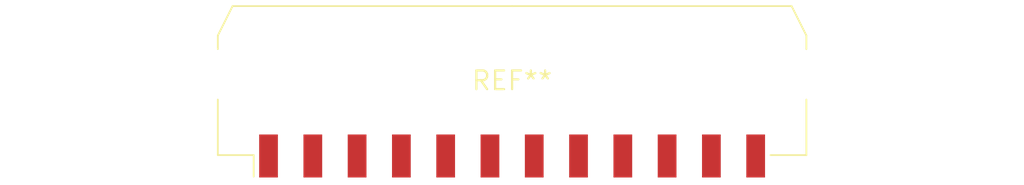
<source format=kicad_pcb>
(kicad_pcb (version 20240108) (generator pcbnew)
  (layers (0 "F.Cu" signal) (31 "B.Cu" signal) (34 "B.Paste" user) (35 "F.Paste" user) (36 "B.SilkS" user "B.Silkscreen") (37 "F.SilkS" user "F.Silkscreen") (38 "B.Mask" user) (39 "F.Mask" user) (44 "Edge.Cuts" user))
  (net 0 "")
  (footprint "Molex_Micro-Fit_3.0_43650-1210_1x12-1MP_P3.00mm_Horizontal_PnP" (layer "F.Cu") (at 0 0)
    (property "Reference" "REF**")
    (property "Value" "Molex_Micro-Fit_3.0_43650-1210_1x12-1MP_P3.00mm_Horizontal_PnP")
    (fp_line (start -19.935 -3.06) (end -19.935 -2.14) (layer "F.SilkS") (stroke (width 0.12)))
    (fp_line (start -19.935 1.29) (end -19.935 5.06) (layer "F.SilkS") (stroke (width 0.12)))
    (fp_line (start -19.935 5.06) (end -17.505 5.06) (layer "F.SilkS") (stroke (width 0.12)))
    (fp_line (start -18.935 -5.06) (end -19.935 -3.06) (layer "F.SilkS") (stroke (width 0.12)))
    (fp_line (start -17.505 5.06) (end -17.505 6.52) (layer "F.SilkS") (stroke (width 0.12)))
    (fp_line (start 0 -5.06) (end -18.935 -5.06) (layer "F.SilkS") (stroke (width 0.12)))
    (fp_line (start 0 -5.06) (end 18.935 -5.06) (layer "F.SilkS") (stroke (width 0.12)))
    (fp_line (start 18.935 -5.06) (end 19.935 -3.06) (layer "F.SilkS") (stroke (width 0.12)))
    (fp_line (start 19.935 -3.06) (end 19.935 -2.14) (layer "F.SilkS") (stroke (width 0.12)))
    (fp_line (start 19.935 1.29) (end 19.935 5.06) (layer "F.SilkS") (stroke (width 0.12)))
    (fp_line (start 19.935 5.06) (end 17.505 5.06) (layer "F.SilkS") (stroke (width 0.12)))
    (pad "1" smd rect (at -16.5 5.12) (size 1.27 2.92) (layers "F.Cu" "F.Paste" "F.Mask"))
    (pad "2" smd rect (at -13.5 5.12) (size 1.27 2.92) (layers "F.Cu" "F.Paste" "F.Mask"))
    (pad "3" smd rect (at -10.5 5.12) (size 1.27 2.92) (layers "F.Cu" "F.Paste" "F.Mask"))
    (pad "4" smd rect (at -7.5 5.12) (size 1.27 2.92) (layers "F.Cu" "F.Paste" "F.Mask"))
    (pad "5" smd rect (at -4.5 5.12) (size 1.27 2.92) (layers "F.Cu" "F.Paste" "F.Mask"))
    (pad "6" smd rect (at -1.5 5.12) (size 1.27 2.92) (layers "F.Cu" "F.Paste" "F.Mask"))
    (pad "7" smd rect (at 1.5 5.12) (size 1.27 2.92) (layers "F.Cu" "F.Paste" "F.Mask"))
    (pad "8" smd rect (at 4.5 5.12) (size 1.27 2.92) (layers "F.Cu" "F.Paste" "F.Mask"))
    (pad "9" smd rect (at 7.5 5.12) (size 1.27 2.92) (layers "F.Cu" "F.Paste" "F.Mask"))
    (pad "10" smd rect (at 10.5 5.12) (size 1.27 2.92) (layers "F.Cu" "F.Paste" "F.Mask"))
    (pad "11" smd rect (at 13.5 5.12) (size 1.27 2.92) (layers "F.Cu" "F.Paste" "F.Mask"))
    (pad "12" smd rect (at 16.5 5.12) (size 1.27 2.92) (layers "F.Cu" "F.Paste" "F.Mask"))
    (pad "MP" thru_hole circle (at -18.65 -0.35) (size 2.84 2.84) (drill 2.54) (layers *.Cu *.Mask) (remove_unused_layers))
    (pad "MP" thru_hole circle (at 18.65 -0.35) (size 2.84 2.84) (drill 2.54) (layers *.Cu *.Mask) (remove_unused_layers))
  )
)
</source>
